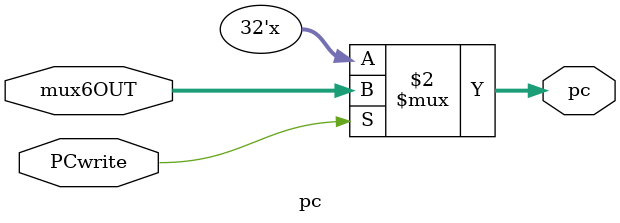
<source format=v>
module pc(PCwrite, mux6OUT, pc); 

input PCwrite;
input [31:0] mux6OUT;
output reg [31:0] pc;

always @(*)
begin
case (PCwrite)
  1'd1:pc <= mux6OUT;
endcase
end


endmodule

</source>
